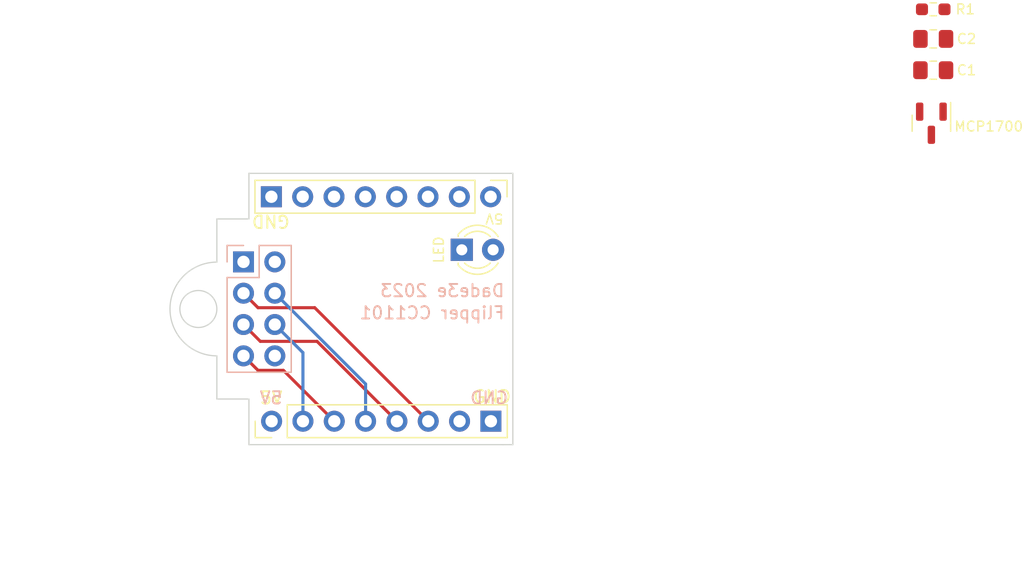
<source format=kicad_pcb>
(kicad_pcb (version 20221018) (generator pcbnew)
  (layers (0 "F.Cu" signal) (31 "B.Cu" signal) (34 "B.Paste" user) (35 "F.Paste" user) (36 "B.SilkS" user "B.Silkscreen") (37 "F.SilkS" user "F.Silkscreen") (38 "B.Mask" user) (39 "F.Mask" user) (44 "Edge.Cuts" user))
  (net 0 "")
  (net 1 "Net-(J3-Pin_2)")
  (net 2 "GND")
  (net 3 "Net-(J1-Pin_1)")
  (net 4 "Net-(J1-Pin_2)")
  (net 5 "Net-(J1-Pin_3)")
  (net 6 "Net-(J1-Pin_4)")
  (net 7 "Net-(J1-Pin_5)")
  (net 8 "Net-(J1-Pin_6)")
  (net 11 "Net-(D1-A)")
  (footprint "Connector_PinHeader_2.54mm:PinHeader_1x08_P2.54mm_Vertical" (layer "F.Cu") (at 55.2 78.9 -90)
    (fp_text reference "J1" hide)
    (fp_text value "Conn_01x08_MountingPin" hide)
    (fp_line (start -1.33 -1.33) (end 0 -1.33) (stroke (width 0.12)) (layer "F.SilkS"))
    (fp_line (start -1.33 0) (end -1.33 -1.33) (stroke (width 0.12)) (layer "F.SilkS"))
    (fp_line (start -1.33 1.27) (end -1.33 19.11) (stroke (width 0.12)) (layer "F.SilkS"))
    (fp_line (start -1.33 1.27) (end 1.33 1.27) (stroke (width 0.12)) (layer "F.SilkS"))
    (fp_line (start -1.33 19.11) (end 1.33 19.11) (stroke (width 0.12)) (layer "F.SilkS"))
    (fp_line (start 1.33 1.27) (end 1.33 19.11) (stroke (width 0.12)) (layer "F.SilkS"))
    (pad "1" thru_hole circle (at 0 0 270) (size 1.7 1.7) (drill 1) (layers "*.Cu" "*.Mask") (net 3 "Net-(J1-Pin_1)"))
    (pad "2" thru_hole oval (at 0 2.54 270) (size 1.7 1.7) (drill 1) (layers "*.Cu" "*.Mask") (net 4 "Net-(J1-Pin_2)"))
    (pad "3" thru_hole oval (at 0 5.08 270) (size 1.7 1.7) (drill 1) (layers "*.Cu" "*.Mask") (net 5 "Net-(J1-Pin_3)"))
    (pad "4" thru_hole oval (at 0 7.62 270) (size 1.7 1.7) (drill 1) (layers "*.Cu" "*.Mask") (net 6 "Net-(J1-Pin_4)"))
    (pad "5" thru_hole oval (at 0 10.16 270) (size 1.7 1.7) (drill 1) (layers "*.Cu" "*.Mask") (net 7 "Net-(J1-Pin_5)"))
    (pad "6" thru_hole oval (at 0 12.7 270) (size 1.7 1.7) (drill 1) (layers "*.Cu" "*.Mask") (net 8 "Net-(J1-Pin_6)"))
    (pad "7" thru_hole oval (at 0 15.24 270) (size 1.7 1.7) (drill 1) (layers "*.Cu" "*.Mask"))
    (pad "8" thru_hole rect (at 0 17.78 270) (size 1.7 1.7) (drill 1) (layers "*.Cu" "*.Mask") (net 2 "GND"))
  )
  (footprint "Resistor_SMD:R_0603_1608Metric_Pad0.98x0.95mm_HandSolder" (layer "F.Cu") (at 91.0875 63.7 180)
    (fp_text reference "R1" (at -2.6 0 180) (layer "F.SilkS") (effects (font (size 0.8 0.8) (thickness 0.12))))
    (fp_text value "R" hide)
    (fp_line (start -0.254724 -0.5225) (end 0.254724 -0.5225) (stroke (width 0.12)) (layer "F.SilkS"))
    (fp_line (start -0.254724 0.5225) (end 0.254724 0.5225) (stroke (width 0.12)) (layer "F.SilkS"))
    (pad "1" smd roundrect (at -0.9125 0 180) (size 0.975 0.95) (layers "F.Cu" "F.Paste" "F.Mask") (net 11 "Net-(D1-A)"))
    (pad "2" smd roundrect (at 0.9125 0 180) (size 0.975 0.95) (layers "F.Cu" "F.Paste" "F.Mask") (net 1 "Net-(J3-Pin_2)"))
  )
  (footprint "Connector_PinHeader_2.54mm:PinHeader_1x08_P2.54mm_Vertical" (layer "F.Cu") (at 37.44 97.1 90)
    (fp_text reference "J2" hide)
    (fp_text value "Conn_01x08_MountingPin" hide)
    (fp_line (start -1.33 -1.33) (end 0 -1.33) (stroke (width 0.12)) (layer "F.SilkS"))
    (fp_line (start -1.33 0) (end -1.33 -1.33) (stroke (width 0.12)) (layer "F.SilkS"))
    (fp_line (start -1.33 1.27) (end -1.33 19.11) (stroke (width 0.12)) (layer "F.SilkS"))
    (fp_line (start -1.33 1.27) (end 1.33 1.27) (stroke (width 0.12)) (layer "F.SilkS"))
    (fp_line (start -1.33 19.11) (end 1.33 19.11) (stroke (width 0.12)) (layer "F.SilkS"))
    (fp_line (start 1.33 1.27) (end 1.33 19.11) (stroke (width 0.12)) (layer "F.SilkS"))
    (pad "1" thru_hole circle (at 0 0 90) (size 1.7 1.7) (drill 1) (layers "*.Cu" "*.Mask") (net 3 "Net-(J1-Pin_1)"))
    (pad "2" thru_hole oval (at 0 2.54 90) (size 1.7 1.7) (drill 1) (layers "*.Cu" "*.Mask") (net 4 "Net-(J1-Pin_2)"))
    (pad "3" thru_hole oval (at 0 5.08 90) (size 1.7 1.7) (drill 1) (layers "*.Cu" "*.Mask") (net 5 "Net-(J1-Pin_3)"))
    (pad "4" thru_hole oval (at 0 7.62 90) (size 1.7 1.7) (drill 1) (layers "*.Cu" "*.Mask") (net 6 "Net-(J1-Pin_4)"))
    (pad "5" thru_hole oval (at 0 10.16 90) (size 1.7 1.7) (drill 1) (layers "*.Cu" "*.Mask") (net 7 "Net-(J1-Pin_5)"))
    (pad "6" thru_hole oval (at 0 12.7 90) (size 1.7 1.7) (drill 1) (layers "*.Cu" "*.Mask") (net 8 "Net-(J1-Pin_6)"))
    (pad "7" thru_hole oval (at 0 15.24 90) (size 1.7 1.7) (drill 1) (layers "*.Cu" "*.Mask"))
    (pad "8" thru_hole rect (at 0 17.78 90) (size 1.7 1.7) (drill 1) (layers "*.Cu" "*.Mask") (net 2 "GND"))
  )
  (footprint "Capacitor_SMD:C_0805_2012Metric_Pad1.18x1.45mm_HandSolder" (layer "F.Cu") (at 91.0875 68.6375)
    (fp_text reference "C1" (at 2.7 0 180) (layer "F.SilkS") (effects (font (size 0.8 0.8) (thickness 0.12))))
    (fp_text value "C" hide)
    (fp_line (start -0.261252 -0.735) (end 0.261252 -0.735) (stroke (width 0.12)) (layer "F.SilkS"))
    (fp_line (start -0.261252 0.735) (end 0.261252 0.735) (stroke (width 0.12)) (layer "F.SilkS"))
    (pad "1" smd roundrect (at -1.0375 0) (size 1.175 1.45) (layers "F.Cu" "F.Paste" "F.Mask") (roundrect_rratio 0.2127659574) (net 1 "Net-(J3-Pin_2)"))
    (pad "2" smd roundrect (at 1.0375 0) (size 1.175 1.45) (layers "F.Cu" "F.Paste" "F.Mask") (roundrect_rratio 0.2127659574) (net 2 "GND"))
  )
  (footprint "Package_TO_SOT_SMD:SOT-23" (layer "F.Cu") (at 90.9375 72.9375 -90)
    (fp_text reference "MCP1700" (at 0.2625 -4.65) (layer "F.SilkS") (effects (font (size 0.8 0.8) (thickness 0.12))))
    (fp_text value "MCP1700x-330xxTT" hide)
    (fp_line (start 0 -1.56) (end -1.675 -1.56) (stroke (width 0.12)) (layer "F.SilkS"))
    (fp_line (start 0 -1.56) (end 0.65 -1.56) (stroke (width 0.12)) (layer "F.SilkS"))
    (fp_line (start 0 1.56) (end -0.65 1.56) (stroke (width 0.12)) (layer "F.SilkS"))
    (fp_line (start 0 1.56) (end 0.65 1.56) (stroke (width 0.12)) (layer "F.SilkS"))
    (pad "1" smd roundrect (at -0.9375 -0.95 270) (size 1.475 0.6) (layers "F.Cu" "F.Paste" "F.Mask") (net 2 "GND"))
    (pad "2" smd roundrect (at -0.9375 0.95 270) (size 1.475 0.6) (layers "F.Cu" "F.Paste" "F.Mask") (net 1 "Net-(J3-Pin_2)"))
    (pad "3" smd roundrect (at 0.9375 0 270) (size 1.475 0.6) (layers "F.Cu" "F.Paste" "F.Mask") (net 3 "Net-(J1-Pin_1)"))
  )
  (footprint "LED_THT:LED_D3.0mm" (layer "F.Cu") (at 52.86 83.2)
    (fp_text reference "LED" (at -1.86 0 90) (layer "F.SilkS") (effects (font (size 0.8 0.8) (thickness 0.12))))
    (fp_text value "LED" hide)
    (fp_line (start -0.29 -1.236) (end -0.29 -1.08) (stroke (width 0.12)) (layer "F.SilkS"))
    (fp_line (start -0.29 1.08) (end -0.29 1.236) (stroke (width 0.12)) (layer "F.SilkS"))
    (fp_arc (start -0.29 -1.235516) (mid 1.366487 -1.987659) (end 2.942335 -1.078608) (stroke (width 0.12)) (layer "F.SilkS"))
    (fp_arc (start 0.229039 -1.08) (mid 1.270117 -1.5) (end 2.31113 -1.079837) (stroke (width 0.12)) (layer "F.SilkS"))
    (fp_arc (start 2.31113 1.079837) (mid 1.270117 1.5) (end 0.229039 1.08) (stroke (width 0.12)) (layer "F.SilkS"))
    (fp_arc (start 2.942335 1.078608) (mid 1.366487 1.987659) (end -0.29 1.235516) (stroke (width 0.12)) (layer "F.SilkS"))
    (pad "1" thru_hole rect (at 0 0) (size 1.8 1.8) (drill 0.9) (layers "*.Cu" "*.Mask") (net 2 "GND"))
    (pad "2" thru_hole circle (at 2.54 0) (size 1.8 1.8) (drill 0.9) (layers "*.Cu" "*.Mask") (net 11 "Net-(D1-A)"))
  )
  (footprint "Capacitor_SMD:C_0805_2012Metric_Pad1.18x1.45mm_HandSolder" (layer "F.Cu") (at 91.0875 66.1)
    (fp_text reference "C2" (at 2.7 0 180) (layer "F.SilkS") (effects (font (size 0.8 0.8) (thickness 0.12))))
    (fp_text value "C" hide)
    (fp_line (start -0.261252 -0.735) (end 0.261252 -0.735) (stroke (width 0.12)) (layer "F.SilkS"))
    (fp_line (start -0.261252 0.735) (end 0.261252 0.735) (stroke (width 0.12)) (layer "F.SilkS"))
    (pad "1" smd roundrect (at -1.0375 0) (size 1.175 1.45) (layers "F.Cu" "F.Paste" "F.Mask") (roundrect_rratio 0.2127659574) (net 1 "Net-(J3-Pin_2)"))
    (pad "2" smd roundrect (at 1.0375 0) (size 1.175 1.45) (layers "F.Cu" "F.Paste" "F.Mask") (roundrect_rratio 0.2127659574) (net 2 "GND"))
  )
  (footprint "Connector_PinSocket_2.54mm:PinSocket_2x04_P2.54mm_Vertical" (layer "B.Cu") (at 35.16 84.18 180)
    (fp_text reference "J3" hide)
    (fp_text value "Conn_02x04_Odd_Even_Shielded" hide)
    (fp_line (start -3.87 -8.95) (end 1.33 -8.95) (stroke (width 0.12)) (layer "B.SilkS"))
    (fp_line (start -3.87 1.33) (end -3.87 -8.95) (stroke (width 0.12)) (layer "B.SilkS"))
    (fp_line (start -3.87 1.33) (end -1.27 1.33) (stroke (width 0.12)) (layer "B.SilkS"))
    (fp_line (start -1.27 -1.27) (end 1.33 -1.27) (stroke (width 0.12)) (layer "B.SilkS"))
    (fp_line (start -1.27 1.33) (end -1.27 -1.27) (stroke (width 0.12)) (layer "B.SilkS"))
    (fp_line (start 0 1.33) (end 1.33 1.33) (stroke (width 0.12)) (layer "B.SilkS"))
    (fp_line (start 1.33 -1.27) (end 1.33 -8.95) (stroke (width 0.12)) (layer "B.SilkS"))
    (fp_line (start 1.33 1.33) (end 1.33 0) (stroke (width 0.12)) (layer "B.SilkS"))
    (pad "1" thru_hole rect (at 0 0 180) (size 1.7 1.7) (drill 1) (layers "*.Cu" "*.Mask") (net 2 "GND"))
    (pad "2" thru_hole oval (at -2.54 0 180) (size 1.7 1.7) (drill 1) (layers "*.Cu" "*.Mask") (net 1 "Net-(J3-Pin_2)"))
    (pad "3" thru_hole oval (at 0 -2.54 180) (size 1.7 1.7) (drill 1) (layers "*.Cu" "*.Mask") (net 8 "Net-(J1-Pin_6)"))
    (pad "4" thru_hole oval (at -2.54 -2.54 180) (size 1.7 1.7) (drill 1) (layers "*.Cu" "*.Mask") (net 6 "Net-(J1-Pin_4)"))
    (pad "5" thru_hole oval (at 0 -5.08 180) (size 1.7 1.7) (drill 1) (layers "*.Cu" "*.Mask") (net 7 "Net-(J1-Pin_5)"))
    (pad "6" thru_hole oval (at -2.54 -5.08 180) (size 1.7 1.7) (drill 1) (layers "*.Cu" "*.Mask") (net 4 "Net-(J1-Pin_2)"))
    (pad "7" thru_hole oval (at 0 -7.62 180) (size 1.7 1.7) (drill 1) (layers "*.Cu" "*.Mask") (net 5 "Net-(J1-Pin_3)"))
    (pad "8" thru_hole oval (at -2.54 -7.62 180) (size 1.7 1.7) (drill 1) (layers "*.Cu" "*.Mask"))
  )
  (gr_line (start 35.6 80.7) (end 33 80.7) (stroke (width 0.1)) (layer "Edge.Cuts"))
  (gr_line (start 57 99) (end 57 77) (stroke (width 0.1)) (layer "Edge.Cuts"))
  (gr_line (start 33 91.8) (end 33 95.3) (stroke (width 0.1)) (layer "Edge.Cuts"))
  (gr_circle (center 31.5 88) (end 33 88) (stroke (width 0.1)) (fill none) (layer "Edge.Cuts"))
  (gr_line (start 33 80.7) (end 33 84.2) (stroke (width 0.1)) (layer "Edge.Cuts"))
  (gr_arc (start 33 91.8) (mid 29.2 88) (end 33 84.2) (stroke (width 0.1)) (layer "Edge.Cuts"))
  (gr_line (start 35.6 77) (end 35.6 80.7) (stroke (width 0.1)) (layer "Edge.Cuts"))
  (gr_line (start 33 95.3) (end 35.6 95.3) (stroke (width 0.1)) (layer "Edge.Cuts"))
  (gr_line (start 57 77) (end 35.6 77) (stroke (width 0.1)) (layer "Edge.Cuts"))
  (gr_line (start 56.2 99) (end 57 99) (stroke (width 0.1)) (layer "Edge.Cuts"))
  (gr_line (start 35.6 95.3) (end 35.6 99) (stroke (width 0.1)) (layer "Edge.Cuts"))
  (gr_line (start 35.6 99) (end 56.2 99) (stroke (width 0.1)) (layer "Edge.Cuts"))
  (gr_text "5V" (at 38.4 95.8) (layer "B.SilkS") (effects (font (size 1 1)) (justify left bottom mirror)))
  (gr_text "GND" (at 56.7 95.8) (layer "B.SilkS") (effects (font (size 1 1)) (justify left bottom mirror)))
  (gr_text "Dade3e 2023" (at 56.4 87.1) (layer "B.SilkS") (effects (font (size 1 1)) (justify left bottom mirror)))
  (gr_text "Flipper CC1101" (at 56.4 88.9) (layer "B.SilkS") (effects (font (size 1 1)) (justify left bottom mirror)))
  (gr_text "GND" (at 53.7 95.7) (layer "F.SilkS") (effects (font (size 1 1)) (justify left bottom)))
  (gr_text "5V" (at 36.4 95.8) (layer "F.SilkS") (effects (font (size 1 1)) (justify left bottom)))
  (gr_text "5V" (at 56.3 80.2 180) (layer "F.SilkS") (effects (font (size 0.8 0.8) (thickness 0.12)) (justify left bottom)))
  (gr_text "GND" (at 39 80.3 180) (layer "F.SilkS") (effects (font (size 1 1)) (justify left bottom)))
  (segment (start 39.98 91.54) (end 39.98 97.1) (width 0.25) (layer "B.Cu") (net 4))
  (segment (start 37.7 89.26) (end 39.98 91.54) (width 0.25) (layer "B.Cu") (net 4))
  (segment (start 36.335 92.975) (end 38.395 92.975) (width 0.25) (layer "F.Cu") (net 5))
  (segment (start 38.395 92.975) (end 42.52 97.1) (width 0.25) (layer "F.Cu") (net 5))
  (segment (start 35.16 91.8) (end 36.335 92.975) (width 0.25) (layer "F.Cu") (net 5))
  (segment (start 45.06 94.08) (end 45.06 97.1) (width 0.25) (layer "B.Cu") (net 6))
  (segment (start 37.7 86.72) (end 45.06 94.08) (width 0.25) (layer "B.Cu") (net 6))
  (segment (start 41.125 90.625) (end 47.6 97.1) (width 0.25) (layer "F.Cu") (net 7))
  (segment (start 36.525 90.625) (end 41.125 90.625) (width 0.25) (layer "F.Cu") (net 7))
  (segment (start 35.16 89.26) (end 36.525 90.625) (width 0.25) (layer "F.Cu") (net 7))
  (segment (start 40.935 87.895) (end 50.14 97.1) (width 0.25) (layer "F.Cu") (net 8))
  (segment (start 36.335 87.895) (end 40.935 87.895) (width 0.25) (layer "F.Cu") (net 8))
  (segment (start 35.16 86.72) (end 36.335 87.895) (width 0.25) (layer "F.Cu") (net 8))
)
</source>
